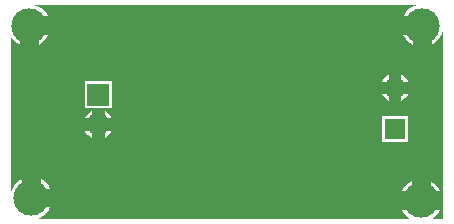
<source format=gbl>
G04*
G04 #@! TF.GenerationSoftware,Altium Limited,Altium Designer,19.1.6 (110)*
G04*
G04 Layer_Physical_Order=4*
G04 Layer_Color=16711680*
%FSLAX43Y43*%
%MOMM*%
G71*
G01*
G75*
%ADD25R,1.900X1.900*%
%ADD26C,1.900*%
%ADD43R,1.800X1.800*%
%ADD44C,1.800*%
%ADD45C,3.000*%
%ADD46C,0.600*%
G36*
X34408Y18271D02*
X34095Y18104D01*
X33821Y17879D01*
X33596Y17605D01*
X33487Y17400D01*
X35100D01*
Y16600D01*
X35900D01*
Y14987D01*
X36105Y15096D01*
X36379Y15321D01*
X36604Y15595D01*
X36771Y15908D01*
X36845Y16152D01*
Y255D01*
X35928D01*
X36005Y296D01*
X36279Y521D01*
X36504Y795D01*
X36613Y1000D01*
X33387D01*
X33496Y795D01*
X33721Y521D01*
X33995Y296D01*
X34072Y255D01*
X2448D01*
X2692Y329D01*
X3005Y496D01*
X3279Y721D01*
X3504Y995D01*
X3613Y1200D01*
X2000D01*
Y2000D01*
X1200D01*
Y3613D01*
X995Y3504D01*
X721Y3279D01*
X496Y3005D01*
X329Y2692D01*
X255Y2448D01*
Y15672D01*
X296Y15595D01*
X521Y15321D01*
X795Y15096D01*
X1000Y14987D01*
Y16600D01*
X1800D01*
Y17400D01*
X3413D01*
X3304Y17605D01*
X3079Y17879D01*
X2805Y18104D01*
X2492Y18271D01*
X2248Y18345D01*
X34652D01*
X34408Y18271D01*
D02*
G37*
%LPC*%
G36*
X34300Y15800D02*
X33487D01*
X33596Y15595D01*
X33821Y15321D01*
X34095Y15096D01*
X34300Y14987D01*
Y15800D01*
D02*
G37*
G36*
X3413D02*
X2600D01*
Y14987D01*
X2805Y15096D01*
X3079Y15321D01*
X3304Y15595D01*
X3413Y15800D01*
D02*
G37*
G36*
X33300Y12442D02*
Y11850D01*
X33892D01*
X33848Y11955D01*
X33656Y12206D01*
X33405Y12398D01*
X33300Y12442D01*
D02*
G37*
G36*
X32300D02*
X32195Y12398D01*
X31944Y12206D01*
X31752Y11955D01*
X31708Y11850D01*
X32300D01*
Y12442D01*
D02*
G37*
G36*
X33892Y10850D02*
X33300D01*
Y10258D01*
X33405Y10302D01*
X33656Y10494D01*
X33848Y10745D01*
X33892Y10850D01*
D02*
G37*
G36*
X32300D02*
X31708D01*
X31752Y10745D01*
X31944Y10494D01*
X32195Y10302D01*
X32300Y10258D01*
Y10850D01*
D02*
G37*
G36*
X8800Y11900D02*
X6500D01*
Y9600D01*
X8800D01*
Y11900D01*
D02*
G37*
G36*
X8200Y9375D02*
Y8800D01*
X8775D01*
X8742Y8880D01*
X8542Y9142D01*
X8280Y9342D01*
X8200Y9375D01*
D02*
G37*
G36*
X7100Y9375D02*
X7020Y9342D01*
X6758Y9142D01*
X6558Y8880D01*
X6525Y8800D01*
X7100D01*
Y9375D01*
D02*
G37*
G36*
Y7700D02*
X6525D01*
X6558Y7620D01*
X6758Y7358D01*
X7020Y7158D01*
X7100Y7125D01*
Y7700D01*
D02*
G37*
G36*
X8775D02*
X8200D01*
Y7125D01*
X8280Y7158D01*
X8542Y7358D01*
X8742Y7620D01*
X8775Y7700D01*
D02*
G37*
G36*
X33900Y8950D02*
X31700D01*
Y6750D01*
X33900D01*
Y8950D01*
D02*
G37*
G36*
X2800Y3613D02*
Y2800D01*
X3613D01*
X3504Y3005D01*
X3279Y3279D01*
X3005Y3504D01*
X2800Y3613D01*
D02*
G37*
G36*
X35800Y3413D02*
Y2600D01*
X36613D01*
X36504Y2805D01*
X36279Y3079D01*
X36005Y3304D01*
X35800Y3413D01*
D02*
G37*
G36*
X34200D02*
X33995Y3304D01*
X33721Y3079D01*
X33496Y2805D01*
X33387Y2600D01*
X34200D01*
Y3413D01*
D02*
G37*
%LPD*%
D25*
X7650Y10750D02*
D03*
D26*
Y8250D02*
D03*
D43*
X32800Y7850D02*
D03*
D44*
Y11350D02*
D03*
D45*
X35000Y1800D02*
D03*
X2000Y2000D02*
D03*
X1800Y16600D02*
D03*
X35100D02*
D03*
D46*
X34000Y13000D02*
D03*
X35000Y11000D02*
D03*
Y7000D02*
D03*
X34000Y5000D02*
D03*
X32000Y17000D02*
D03*
X33000Y15000D02*
D03*
X32000Y13000D02*
D03*
Y5000D02*
D03*
X33000Y3000D02*
D03*
X32000Y1000D02*
D03*
X30000Y17000D02*
D03*
X31000Y15000D02*
D03*
X30000Y13000D02*
D03*
X31000Y11000D02*
D03*
X30000Y9000D02*
D03*
X31000Y3000D02*
D03*
X30000Y1000D02*
D03*
X28000Y17000D02*
D03*
X29000Y15000D02*
D03*
X28000Y13000D02*
D03*
X29000Y3000D02*
D03*
X28000Y1000D02*
D03*
X26000Y17000D02*
D03*
X27000Y15000D02*
D03*
X26000Y13000D02*
D03*
X27000Y7000D02*
D03*
X24000Y17000D02*
D03*
X25000Y15000D02*
D03*
X24000Y13000D02*
D03*
X22000Y17000D02*
D03*
Y5000D02*
D03*
X20000Y17000D02*
D03*
X18000D02*
D03*
Y5000D02*
D03*
X19000Y3000D02*
D03*
X18000Y1000D02*
D03*
X16000Y17000D02*
D03*
X17000Y15000D02*
D03*
X16000Y13000D02*
D03*
Y5000D02*
D03*
X17000Y3000D02*
D03*
X16000Y1000D02*
D03*
X14000Y17000D02*
D03*
X15000Y15000D02*
D03*
X14000Y13000D02*
D03*
Y9000D02*
D03*
Y5000D02*
D03*
X15000Y3000D02*
D03*
X14000Y1000D02*
D03*
X12000Y17000D02*
D03*
X13000Y15000D02*
D03*
X12000Y13000D02*
D03*
Y9000D02*
D03*
Y5000D02*
D03*
X13000Y3000D02*
D03*
X12000Y1000D02*
D03*
X10000Y17000D02*
D03*
X11000Y15000D02*
D03*
X10000Y13000D02*
D03*
Y9000D02*
D03*
Y5000D02*
D03*
X11000Y3000D02*
D03*
X10000Y1000D02*
D03*
X8000Y17000D02*
D03*
X9000Y15000D02*
D03*
X8000Y13000D02*
D03*
X9000Y7000D02*
D03*
X8000Y5000D02*
D03*
X9000Y3000D02*
D03*
X8000Y1000D02*
D03*
X6000Y17000D02*
D03*
X7000Y15000D02*
D03*
X6000Y13000D02*
D03*
Y9000D02*
D03*
Y5000D02*
D03*
X7000Y3000D02*
D03*
X6000Y1000D02*
D03*
X4000Y17000D02*
D03*
X5000Y15000D02*
D03*
X4000Y13000D02*
D03*
X5000Y11000D02*
D03*
X4000Y9000D02*
D03*
X5000Y7000D02*
D03*
X4000Y5000D02*
D03*
X5000Y3000D02*
D03*
X4000Y1000D02*
D03*
X2000Y13000D02*
D03*
X3000Y11000D02*
D03*
X2000Y9000D02*
D03*
X3000Y7000D02*
D03*
X2000Y5000D02*
D03*
X26000Y1100D02*
D03*
Y1900D02*
D03*
X28900Y5700D02*
D03*
Y6400D02*
D03*
Y7100D02*
D03*
Y7800D02*
D03*
Y8500D02*
D03*
X28925Y9225D02*
D03*
Y9950D02*
D03*
Y10675D02*
D03*
X24450Y7775D02*
D03*
X22075Y6375D02*
D03*
X22475Y6850D02*
D03*
X22025Y7300D02*
D03*
X19800Y5500D02*
D03*
X20400D02*
D03*
Y6100D02*
D03*
X19800D02*
D03*
X18000Y8400D02*
D03*
X18400Y8000D02*
D03*
X17800Y7600D02*
D03*
X17100D02*
D03*
X16400D02*
D03*
X14900Y5900D02*
D03*
Y6800D02*
D03*
X14400Y6300D02*
D03*
X13900Y6800D02*
D03*
X13800Y6000D02*
D03*
X13300Y6400D02*
D03*
X12800Y6800D02*
D03*
Y6000D02*
D03*
X12300Y6400D02*
D03*
X11800Y6800D02*
D03*
Y6000D02*
D03*
X11300Y6400D02*
D03*
X10800Y6800D02*
D03*
Y6000D02*
D03*
X10300Y6400D02*
D03*
X9800Y6000D02*
D03*
Y6800D02*
D03*
X20800Y9200D02*
D03*
M02*

</source>
